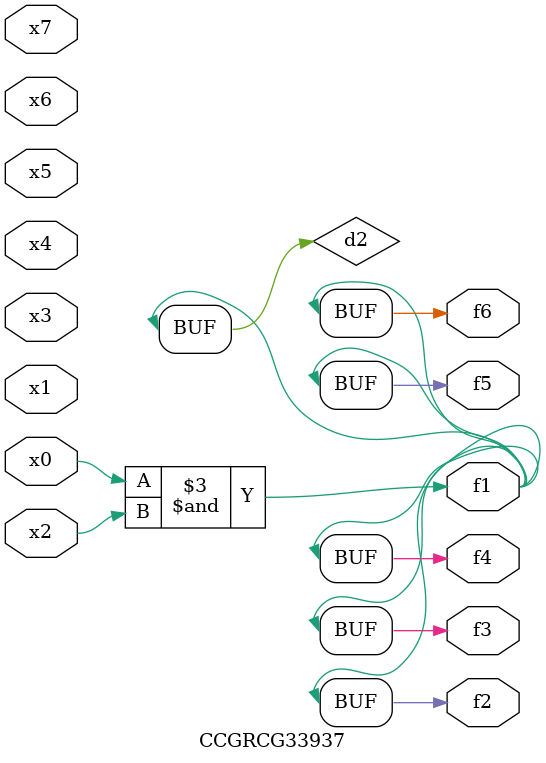
<source format=v>
module CCGRCG33937(
	input x0, x1, x2, x3, x4, x5, x6, x7,
	output f1, f2, f3, f4, f5, f6
);

	wire d1, d2;

	nor (d1, x3, x6);
	and (d2, x0, x2);
	assign f1 = d2;
	assign f2 = d2;
	assign f3 = d2;
	assign f4 = d2;
	assign f5 = d2;
	assign f6 = d2;
endmodule

</source>
